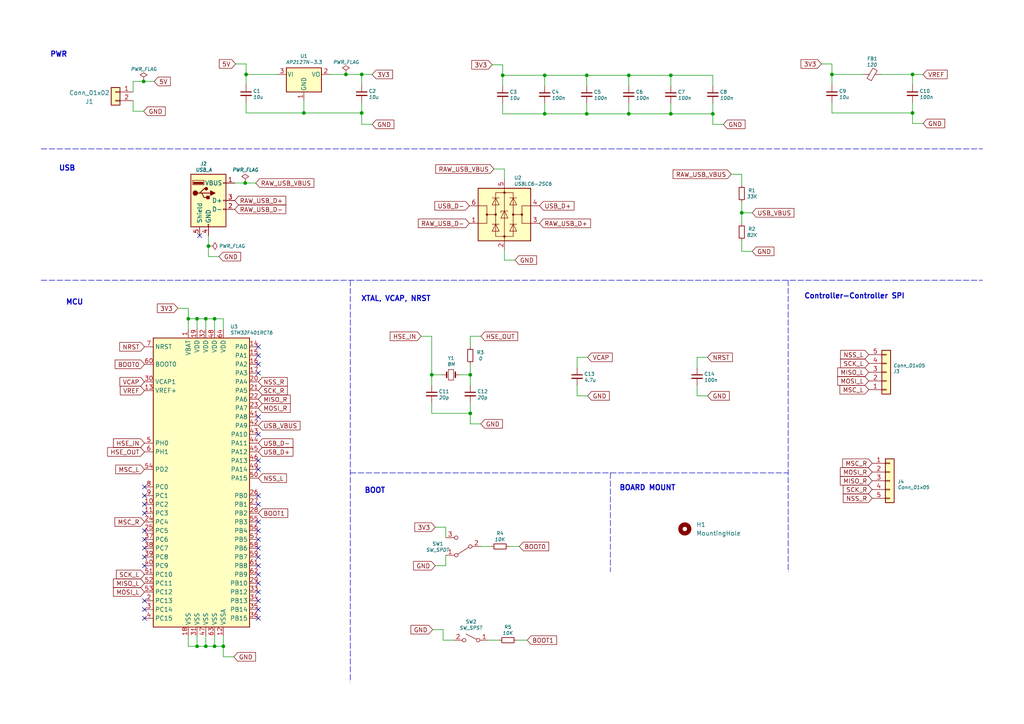
<source format=kicad_sch>
(kicad_sch (version 20211123) (generator eeschema)
  (paper "A4")
  (title_block (title "Keeb Host") (date "2022-11-23") (rev "1") (company "Diego Covarrubias"))
  (lib_symbols
    (symbol "Connector:USB_A" (pin_names (offset 1.016))
      (property "Reference" "J" (at -5.08 11.43 0))
      (property "Value" "USB_A" (at -5.08 8.89 0))
      (symbol "USB_A_0_1"
        (rectangle (start -5.08 -7.62) (end 5.08 7.62) (stroke (width 0.254)) (fill (type background)))
        (circle (center -3.81 2.159) (radius 0.635) (stroke (width 0.254)) (fill (type outline)))
        (rectangle (start -1.524 4.826) (end -4.318 5.334) (fill (type outline)))
        (rectangle (start -1.27 4.572) (end -4.572 5.842))
        (circle (center -0.635 3.429) (radius 0.381) (stroke (width 0.254)) (fill (type outline)))
        (rectangle (start -0.127 -7.62) (end 0.127 -6.858))
        (polyline (pts (xy -3.175 2.159) (xy -2.54 2.159) (xy -1.27 3.429) (xy -0.635 3.429)) (stroke (width 0.254)))
        (polyline (pts (xy -2.54 2.159) (xy -1.905 2.159) (xy -1.27 0.889) (xy 0 0.889)) (stroke (width 0.254)))
        (polyline (pts (xy 0.635 2.794) (xy 0.635 1.524) (xy 1.905 2.159) (xy 0.635 2.794)) (stroke (width 0.254)) (fill (type outline)))
        (rectangle (start 0.254 1.27) (end -0.508 0.508) (stroke (width 0.254)) (fill (type outline)))
        (rectangle (start 5.08 -2.667) (end 4.318 -2.413))
        (rectangle (start 5.08 -0.127) (end 4.318 0.127))
        (rectangle (start 5.08 4.953) (end 4.318 5.207))
      )
      (symbol "USB_A_1_1"
        (polyline (pts (xy -1.905 2.159) (xy 0.635 2.159)) (stroke (width 0.254)))
        (pin power_in line (at 7.62 5.08 180) (length 2.54) (name "VBUS") (number "1"))
        (pin bidirectional line (at 7.62 -2.54 180) (length 2.54) (name "D-") (number "2"))
        (pin bidirectional line (at 7.62 0 180) (length 2.54) (name "D+") (number "3"))
        (pin power_in line (at 0 -10.16 90) (length 2.54) (name "GND") (number "4"))
        (pin passive line (at -2.54 -10.16 90) (length 2.54) (name "Shield") (number "5"))
      )
    )
    (symbol "Connector_Generic:Conn_01x02" (pin_names (offset 1.016) hide)
      (property "Reference" "J" (at 0 2.54 0))
      (property "Value" "Conn_01x02" (at 0 -5.08 0))
      (symbol "Conn_01x02_1_1"
        (rectangle (start -1.27 -2.413) (end 0 -2.667) (stroke (width 0.1524)))
        (rectangle (start -1.27 0.127) (end 0 -0.127) (stroke (width 0.1524)))
        (rectangle (start -1.27 1.27) (end 1.27 -3.81) (stroke (width 0.254)) (fill (type background)))
        (pin passive line (at -5.08 0 0) (length 3.81) (name "Pin_1") (number "1"))
        (pin passive line (at -5.08 -2.54 0) (length 3.81) (name "Pin_2") (number "2"))
      )
    )
    (symbol "Connector_Generic:Conn_01x05" (pin_names (offset 1.016) hide)
      (property "Reference" "J" (at 0 7.62 0))
      (property "Value" "Conn_01x05" (at 0 -7.62 0))
      (symbol "Conn_01x05_1_1"
        (rectangle (start -1.27 -4.953) (end 0 -5.207) (stroke (width 0.1524)))
        (rectangle (start -1.27 -2.413) (end 0 -2.667) (stroke (width 0.1524)))
        (rectangle (start -1.27 0.127) (end 0 -0.127) (stroke (width 0.1524)))
        (rectangle (start -1.27 2.667) (end 0 2.413) (stroke (width 0.1524)))
        (rectangle (start -1.27 5.207) (end 0 4.953) (stroke (width 0.1524)))
        (rectangle (start -1.27 6.35) (end 1.27 -6.35) (stroke (width 0.254)) (fill (type background)))
        (pin passive line (at -5.08 5.08 0) (length 3.81) (name "Pin_1") (number "1"))
        (pin passive line (at -5.08 2.54 0) (length 3.81) (name "Pin_2") (number "2"))
        (pin passive line (at -5.08 0 0) (length 3.81) (name "Pin_3") (number "3"))
        (pin passive line (at -5.08 -2.54 0) (length 3.81) (name "Pin_4") (number "4"))
        (pin passive line (at -5.08 -5.08 0) (length 3.81) (name "Pin_5") (number "5"))
      )
    )
    (symbol "Device:C_Small" (pin_numbers hide) (pin_names (offset 0.254) hide)
      (property "Reference" "C" (at 0.254 1.778 0))
      (property "Value" "C_Small" (at 0.254 -2.032 0))
      (symbol "C_Small_0_1"
        (polyline (pts (xy -1.524 -0.508) (xy 1.524 -0.508)) (stroke (width 0.3302)))
        (polyline (pts (xy -1.524 0.508) (xy 1.524 0.508)) (stroke (width 0.3048)))
      )
      (symbol "C_Small_1_1"
        (pin passive line (at 0 2.54 270) (length 2.032) (name "~") (number "1"))
        (pin passive line (at 0 -2.54 90) (length 2.032) (name "~") (number "2"))
      )
    )
    (symbol "Device:Crystal_Small" (pin_numbers hide) (pin_names (offset 1.016) hide)
      (property "Reference" "Y" (at 0 2.54 0))
      (property "Value" "Crystal_Small" (at 0 -2.54 0))
      (symbol "Crystal_Small_0_1"
        (rectangle (start -0.762 -1.524) (end 0.762 1.524))
        (polyline (pts (xy -1.27 -0.762) (xy -1.27 0.762)) (stroke (width 0.381)))
        (polyline (pts (xy 1.27 -0.762) (xy 1.27 0.762)) (stroke (width 0.381)))
      )
      (symbol "Crystal_Small_1_1"
        (pin passive line (at -2.54 0 0) (length 1.27) (name "1") (number "1"))
        (pin passive line (at 2.54 0 180) (length 1.27) (name "2") (number "2"))
      )
    )
    (symbol "Device:FerriteBead_Small" (pin_numbers hide) (pin_names (offset 0))
      (property "Reference" "FB" (at 1.905 1.27 0))
      (property "Value" "FerriteBead_Small" (at 1.905 -1.27 0))
      (symbol "FerriteBead_Small_0_1"
        (polyline (pts (xy 0 -1.27) (xy 0 -0.7874)))
        (polyline (pts (xy 0 0.889) (xy 0 1.2954)))
        (polyline (pts (xy -1.8288 0.2794) (xy -1.1176 1.4986) (xy 1.8288 -0.2032) (xy 1.1176 -1.4224) (xy -1.8288 0.2794)))
      )
      (symbol "FerriteBead_Small_1_1"
        (pin passive line (at 0 2.54 270) (length 1.27) (name "~") (number "1"))
        (pin passive line (at 0 -2.54 90) (length 1.27) (name "~") (number "2"))
      )
    )
    (symbol "Device:R_Small" (pin_numbers hide) (pin_names (offset 0.254) hide)
      (property "Reference" "R" (at 0.762 0.508 0))
      (property "Value" "R_Small" (at 0.762 -1.016 0))
      (symbol "R_Small_0_1"
        (rectangle (start -0.762 1.778) (end 0.762 -1.778) (stroke (width 0.2032)))
      )
      (symbol "R_Small_1_1"
        (pin passive line (at 0 2.54 270) (length 0.762) (name "~") (number "1"))
        (pin passive line (at 0 -2.54 90) (length 0.762) (name "~") (number "2"))
      )
    )
    (symbol "MCU_ST_STM32F4:STM32F401RCTx"
      (property "Reference" "U" (at -15.24 41.91 0))
      (property "Value" "STM32F401RCTx" (at 7.62 41.91 0))
      (symbol "STM32F401RCTx_0_1"
        (rectangle (start -15.24 -43.18) (end 12.7 40.64) (stroke (width 0.254)) (fill (type background)))
      )
      (symbol "STM32F401RCTx_1_1"
        (pin power_in line (at -5.08 43.18 270) (length 2.54) (name "VBAT") (number "1"))
        (pin bidirectional line (at -17.78 -7.62 0) (length 2.54) (name "PC2") (number "10"))
        (pin bidirectional line (at -17.78 -10.16 0) (length 2.54) (name "PC3") (number "11"))
        (pin power_in line (at 5.08 -45.72 90) (length 2.54) (name "VSSA") (number "12"))
        (pin power_in line (at -17.78 25.4 0) (length 2.54) (name "VREF+") (number "13"))
        (pin bidirectional line (at 15.24 38.1 180) (length 2.54) (name "PA0") (number "14"))
        (pin bidirectional line (at 15.24 35.56 180) (length 2.54) (name "PA1") (number "15"))
        (pin bidirectional line (at 15.24 33.02 180) (length 2.54) (name "PA2") (number "16"))
        (pin bidirectional line (at 15.24 30.48 180) (length 2.54) (name "PA3") (number "17"))
        (pin power_in line (at -5.08 -45.72 90) (length 2.54) (name "VSS") (number "18"))
        (pin power_in line (at -2.54 43.18 270) (length 2.54) (name "VDD") (number "19"))
        (pin bidirectional line (at -17.78 -35.56 0) (length 2.54) (name "PC13") (number "2"))
        (pin bidirectional line (at 15.24 27.94 180) (length 2.54) (name "PA4") (number "20"))
        (pin bidirectional line (at 15.24 25.4 180) (length 2.54) (name "PA5") (number "21"))
        (pin bidirectional line (at 15.24 22.86 180) (length 2.54) (name "PA6") (number "22"))
        (pin bidirectional line (at 15.24 20.32 180) (length 2.54) (name "PA7") (number "23"))
        (pin bidirectional line (at -17.78 -12.7 0) (length 2.54) (name "PC4") (number "24"))
        (pin bidirectional line (at -17.78 -15.24 0) (length 2.54) (name "PC5") (number "25"))
        (pin bidirectional line (at 15.24 -5.08 180) (length 2.54) (name "PB0") (number "26"))
        (pin bidirectional line (at 15.24 -7.62 180) (length 2.54) (name "PB1") (number "27"))
        (pin bidirectional line (at 15.24 -10.16 180) (length 2.54) (name "PB2") (number "28"))
        (pin bidirectional line (at 15.24 -30.48 180) (length 2.54) (name "PB10") (number "29"))
        (pin bidirectional line (at -17.78 -38.1 0) (length 2.54) (name "PC14") (number "3"))
        (pin power_in line (at -17.78 27.94 0) (length 2.54) (name "VCAP1") (number "30"))
        (pin power_in line (at -2.54 -45.72 90) (length 2.54) (name "VSS") (number "31"))
        (pin power_in line (at 0 43.18 270) (length 2.54) (name "VDD") (number "32"))
        (pin bidirectional line (at 15.24 -33.02 180) (length 2.54) (name "PB12") (number "33"))
        (pin bidirectional line (at 15.24 -35.56 180) (length 2.54) (name "PB13") (number "34"))
        (pin bidirectional line (at 15.24 -38.1 180) (length 2.54) (name "PB14") (number "35"))
        (pin bidirectional line (at 15.24 -40.64 180) (length 2.54) (name "PB15") (number "36"))
        (pin bidirectional line (at -17.78 -17.78 0) (length 2.54) (name "PC6") (number "37"))
        (pin bidirectional line (at -17.78 -20.32 0) (length 2.54) (name "PC7") (number "38"))
        (pin bidirectional line (at -17.78 -22.86 0) (length 2.54) (name "PC8") (number "39"))
        (pin bidirectional line (at -17.78 -40.64 0) (length 2.54) (name "PC15") (number "4"))
        (pin bidirectional line (at -17.78 -25.4 0) (length 2.54) (name "PC9") (number "40"))
        (pin bidirectional line (at 15.24 17.78 180) (length 2.54) (name "PA8") (number "41"))
        (pin bidirectional line (at 15.24 15.24 180) (length 2.54) (name "PA9") (number "42"))
        (pin bidirectional line (at 15.24 12.7 180) (length 2.54) (name "PA10") (number "43"))
        (pin bidirectional line (at 15.24 10.16 180) (length 2.54) (name "PA11") (number "44"))
        (pin bidirectional line (at 15.24 7.62 180) (length 2.54) (name "PA12") (number "45"))
        (pin bidirectional line (at 15.24 5.08 180) (length 2.54) (name "PA13") (number "46"))
        (pin power_in line (at 0 -45.72 90) (length 2.54) (name "VSS") (number "47"))
        (pin power_in line (at 2.54 43.18 270) (length 2.54) (name "VDD") (number "48"))
        (pin bidirectional line (at 15.24 2.54 180) (length 2.54) (name "PA14") (number "49"))
        (pin input line (at -17.78 10.16 0) (length 2.54) (name "PH0") (number "5"))
        (pin bidirectional line (at 15.24 0 180) (length 2.54) (name "PA15") (number "50"))
        (pin bidirectional line (at -17.78 -27.94 0) (length 2.54) (name "PC10") (number "51"))
        (pin bidirectional line (at -17.78 -30.48 0) (length 2.54) (name "PC11") (number "52"))
        (pin bidirectional line (at -17.78 -33.02 0) (length 2.54) (name "PC12") (number "53"))
        (pin bidirectional line (at -17.78 2.54 0) (length 2.54) (name "PD2") (number "54"))
        (pin bidirectional line (at 15.24 -12.7 180) (length 2.54) (name "PB3") (number "55"))
        (pin bidirectional line (at 15.24 -15.24 180) (length 2.54) (name "PB4") (number "56"))
        (pin bidirectional line (at 15.24 -17.78 180) (length 2.54) (name "PB5") (number "57"))
        (pin bidirectional line (at 15.24 -20.32 180) (length 2.54) (name "PB6") (number "58"))
        (pin bidirectional line (at 15.24 -22.86 180) (length 2.54) (name "PB7") (number "59"))
        (pin input line (at -17.78 7.62 0) (length 2.54) (name "PH1") (number "6"))
        (pin input line (at -17.78 33.02 0) (length 2.54) (name "BOOT0") (number "60"))
        (pin bidirectional line (at 15.24 -25.4 180) (length 2.54) (name "PB8") (number "61"))
        (pin bidirectional line (at 15.24 -27.94 180) (length 2.54) (name "PB9") (number "62"))
        (pin power_in line (at 2.54 -45.72 90) (length 2.54) (name "VSS") (number "63"))
        (pin power_in line (at 5.08 43.18 270) (length 2.54) (name "VDD") (number "64"))
        (pin input line (at -17.78 38.1 0) (length 2.54) (name "NRST") (number "7"))
        (pin bidirectional line (at -17.78 -2.54 0) (length 2.54) (name "PC0") (number "8"))
        (pin bidirectional line (at -17.78 -5.08 0) (length 2.54) (name "PC1") (number "9"))
      )
    )
    (symbol "Mechanical:MountingHole" (pin_names (offset 1.016))
      (property "Reference" "H" (at 0 5.08 0))
      (property "Value" "MountingHole" (at 0 3.175 0))
      (symbol "MountingHole_0_1"
        (circle (center 0 0) (radius 1.27) (stroke (width 1.27)))
      )
    )
    (symbol "Power_Protection:USBLC6-2SC6" (pin_names hide)
      (property "Reference" "U" (at 2.54 8.89 0))
      (property "Value" "USBLC6-2SC6" (at 2.54 -8.89 0))
      (symbol "USBLC6-2SC6_0_1"
        (rectangle (start -7.62 -7.62) (end 7.62 7.62) (stroke (width 0.254)) (fill (type background)))
        (circle (center -5.08 0) (radius 0.254) (fill (type outline)))
        (circle (center -2.54 0) (radius 0.254) (fill (type outline)))
        (rectangle (start -2.54 6.35) (end 2.54 -6.35))
        (circle (center 0 -6.35) (radius 0.254) (fill (type outline)))
        (polyline (pts (xy -5.08 -2.54) (xy -7.62 -2.54)))
        (polyline (pts (xy -5.08 0) (xy -5.08 -2.54)))
        (polyline (pts (xy -5.08 2.54) (xy -7.62 2.54)))
        (polyline (pts (xy -1.524 -2.794) (xy -3.556 -2.794)))
        (polyline (pts (xy -1.524 4.826) (xy -3.556 4.826)))
        (polyline (pts (xy 0 -7.62) (xy 0 -6.35)))
        (polyline (pts (xy 0 -6.35) (xy 0 1.27)))
        (polyline (pts (xy 0 1.27) (xy 0 6.35)))
        (polyline (pts (xy 0 6.35) (xy 0 7.62)))
        (polyline (pts (xy 1.524 -2.794) (xy 3.556 -2.794)))
        (polyline (pts (xy 1.524 4.826) (xy 3.556 4.826)))
        (polyline (pts (xy 5.08 -2.54) (xy 7.62 -2.54)))
        (polyline (pts (xy 5.08 0) (xy 5.08 -2.54)))
        (polyline (pts (xy 5.08 2.54) (xy 7.62 2.54)))
        (polyline (pts (xy -2.54 0) (xy -5.08 0) (xy -5.08 2.54)))
        (polyline (pts (xy 2.54 0) (xy 5.08 0) (xy 5.08 2.54)))
        (polyline (pts (xy -3.556 -4.826) (xy -1.524 -4.826) (xy -2.54 -2.794) (xy -3.556 -4.826)))
        (polyline (pts (xy -3.556 2.794) (xy -1.524 2.794) (xy -2.54 4.826) (xy -3.556 2.794)))
        (polyline (pts (xy -1.016 -1.016) (xy 1.016 -1.016) (xy 0 1.016) (xy -1.016 -1.016)))
        (polyline (pts (xy 1.016 1.016) (xy 0.762 1.016) (xy -1.016 1.016) (xy -1.016 0.508)))
        (polyline (pts (xy 3.556 -4.826) (xy 1.524 -4.826) (xy 2.54 -2.794) (xy 3.556 -4.826)))
        (polyline (pts (xy 3.556 2.794) (xy 1.524 2.794) (xy 2.54 4.826) (xy 3.556 2.794)))
        (circle (center 0 6.35) (radius 0.254) (fill (type outline)))
        (circle (center 2.54 0) (radius 0.254) (fill (type outline)))
        (circle (center 5.08 0) (radius 0.254) (fill (type outline)))
      )
      (symbol "USBLC6-2SC6_1_1"
        (pin passive line (at -10.16 -2.54 0) (length 2.54) (name "I/O1") (number "1"))
        (pin passive line (at 0 -10.16 90) (length 2.54) (name "GND") (number "2"))
        (pin passive line (at 10.16 -2.54 180) (length 2.54) (name "I/O2") (number "3"))
        (pin passive line (at 10.16 2.54 180) (length 2.54) (name "I/O2") (number "4"))
        (pin passive line (at 0 10.16 270) (length 2.54) (name "VBUS") (number "5"))
        (pin passive line (at -10.16 2.54 0) (length 2.54) (name "I/O1") (number "6"))
      )
    )
    (symbol "Regulator_Linear:AP2127N-3.3" (pin_names (offset 0.254))
      (property "Reference" "U" (at -3.81 3.175 0))
      (property "Value" "AP2127N-3.3" (at 0 3.175 0))
      (symbol "AP2127N-3.3_0_1"
        (rectangle (start -5.08 1.905) (end 5.08 -5.08) (stroke (width 0.254)) (fill (type background)))
      )
      (symbol "AP2127N-3.3_1_1"
        (pin power_in line (at 0 -7.62 90) (length 2.54) (name "GND") (number "1"))
        (pin power_out line (at 7.62 0 180) (length 2.54) (name "VO") (number "2"))
        (pin power_in line (at -7.62 0 0) (length 2.54) (name "VI") (number "3"))
      )
    )
    (symbol "Switch:SW_SPDT" (pin_names (offset 0) hide)
      (property "Reference" "SW" (at 0 4.318 0))
      (property "Value" "SW_SPDT" (at 0 -5.08 0))
      (symbol "SW_SPDT_0_0"
        (circle (center -2.032 0) (radius 0.508))
        (circle (center 2.032 -2.54) (radius 0.508))
      )
      (symbol "SW_SPDT_0_1"
        (polyline (pts (xy -1.524 0.254) (xy 1.651 2.286)))
        (circle (center 2.032 2.54) (radius 0.508))
      )
      (symbol "SW_SPDT_1_1"
        (pin passive line (at 5.08 2.54 180) (length 2.54) (name "A") (number "1"))
        (pin passive line (at -5.08 0 0) (length 2.54) (name "B") (number "2"))
        (pin passive line (at 5.08 -2.54 180) (length 2.54) (name "C") (number "3"))
      )
    )
    (symbol "Switch:SW_SPST" (pin_names (offset 0) hide)
      (property "Reference" "SW" (at 0 3.175 0))
      (property "Value" "SW_SPST" (at 0 -2.54 0))
      (symbol "SW_SPST_0_0"
        (circle (center -2.032 0) (radius 0.508))
        (polyline (pts (xy -1.524 0.254) (xy 1.524 1.778)))
        (circle (center 2.032 0) (radius 0.508))
      )
      (symbol "SW_SPST_1_1"
        (pin passive line (at -5.08 0 0) (length 2.54) (name "A") (number "1"))
        (pin passive line (at 5.08 0 180) (length 2.54) (name "B") (number "2"))
      )
    )
    (symbol "power:PWR_FLAG" (power) (pin_numbers hide) (pin_names (offset 0) hide)
      (property "Value" "PWR_FLAG" (at 0 3.81 0))
      (symbol "PWR_FLAG_0_0"
        (pin power_out line (at 0 0 90) (length 0) (name "pwr") (number "1"))
      )
      (symbol "PWR_FLAG_0_1"
        (polyline (pts (xy 0 0) (xy 0 1.27) (xy -1.016 1.905) (xy 0 2.54) (xy 1.016 1.905) (xy 0 1.27)))
      )
    )
  )
  (junction (at 59.69 92.456))
  (junction (at 59.69 187.452))
  (junction (at 57.15 187.452))
  (junction (at 170.18 33.02))
  (junction (at 57.15 92.456))
  (junction (at 60.452 71.374))
  (junction (at 62.23 92.456))
  (junction (at 136.398 108.712))
  (junction (at 136.398 119.888))
  (junction (at 100.33 21.59))
  (junction (at 62.23 187.452))
  (junction (at 41.656 23.622))
  (junction (at 157.988 21.844))
  (junction (at 206.756 33.02))
  (junction (at 241.3 21.59))
  (junction (at 54.61 92.456))
  (junction (at 264.668 32.766))
  (junction (at 157.988 33.02))
  (junction (at 71.374 21.59))
  (junction (at 264.668 21.59))
  (junction (at 71.12 53.086))
  (junction (at 170.18 21.844))
  (junction (at 125.222 108.712))
  (junction (at 182.372 21.844))
  (junction (at 64.77 187.452))
  (junction (at 215.138 61.722))
  (junction (at 88.138 32.766))
  (junction (at 145.796 21.844))
  (junction (at 104.902 21.59))
  (junction (at 182.372 33.02))
  (junction (at 104.902 32.766))
  (junction (at 194.564 21.844))
  (junction (at 194.564 33.02))
  (no_connect (at 74.93 159.004))
  (no_connect (at 74.93 161.544))
  (no_connect (at 74.93 171.704))
  (no_connect (at 74.93 151.384))
  (no_connect (at 41.91 161.544))
  (no_connect (at 74.93 169.164))
  (no_connect (at 74.93 179.324))
  (no_connect (at 41.91 174.244))
  (no_connect (at 41.91 179.324))
  (no_connect (at 41.91 156.464))
  (no_connect (at 41.91 159.004))
  (no_connect (at 74.93 100.584))
  (no_connect (at 74.93 153.924))
  (no_connect (at 41.91 176.784))
  (no_connect (at 74.93 120.904))
  (no_connect (at 74.93 156.464))
  (no_connect (at 74.93 164.084))
  (no_connect (at 57.912 68.326))
  (no_connect (at 41.91 146.304))
  (no_connect (at 74.93 125.984))
  (no_connect (at 41.91 148.844))
  (no_connect (at 74.93 133.604))
  (no_connect (at 41.91 164.084))
  (no_connect (at 74.93 166.624))
  (no_connect (at 74.93 143.764))
  (no_connect (at 41.91 141.224))
  (no_connect (at 74.93 146.304))
  (no_connect (at 74.93 174.244))
  (no_connect (at 74.93 108.204))
  (no_connect (at 41.91 143.764))
  (no_connect (at 74.93 136.144))
  (no_connect (at 41.91 153.924))
  (no_connect (at 74.93 103.124))
  (no_connect (at 74.93 105.664))
  (no_connect (at 74.93 176.784))
  (wire (pts (xy 194.564 29.972) (xy 194.564 33.02)))
  (polyline (pts (xy 11.938 81.28) (xy 284.988 81.28)))
  (wire (pts (xy 212.09 50.546) (xy 215.138 50.546)))
  (wire (pts (xy 60.452 71.374) (xy 60.452 74.422)))
  (wire (pts (xy 146.304 49.022) (xy 146.304 52.07)))
  (wire (pts (xy 241.3 18.542) (xy 241.3 21.59)))
  (wire (pts (xy 136.398 122.936) (xy 139.446 122.936)))
  (wire (pts (xy 149.352 75.438) (xy 146.304 75.438)))
  (wire (pts (xy 170.18 33.02) (xy 157.988 33.02)))
  (wire (pts (xy 170.18 29.972) (xy 170.18 33.02)))
  (wire (pts (xy 38.608 32.258) (xy 41.656 32.258)))
  (wire (pts (xy 104.902 21.59) (xy 104.902 24.638)))
  (wire (pts (xy 64.77 190.5) (xy 67.818 190.5)))
  (wire (pts (xy 157.988 21.844) (xy 170.18 21.844)))
  (wire (pts (xy 264.668 24.638) (xy 264.668 21.59)))
  (wire (pts (xy 64.77 187.452) (xy 64.77 190.5)))
  (wire (pts (xy 62.23 92.456) (xy 62.23 95.504)))
  (wire (pts (xy 60.452 74.422) (xy 63.5 74.422)))
  (wire (pts (xy 100.33 21.59) (xy 104.902 21.59)))
  (wire (pts (xy 128.524 185.674) (xy 128.524 182.626)))
  (wire (pts (xy 54.61 187.452) (xy 54.61 184.404)))
  (wire (pts (xy 145.796 33.02) (xy 157.988 33.02)))
  (wire (pts (xy 150.622 158.496) (xy 147.574 158.496)))
  (wire (pts (xy 131.572 185.674) (xy 128.524 185.674)))
  (wire (pts (xy 57.15 184.404) (xy 57.15 187.452)))
  (wire (pts (xy 104.902 21.59) (xy 107.95 21.59)))
  (wire (pts (xy 264.668 21.59) (xy 255.524 21.59)))
  (wire (pts (xy 88.138 29.21) (xy 88.138 32.766)))
  (wire (pts (xy 104.902 32.766) (xy 104.902 36.068)))
  (wire (pts (xy 125.222 97.536) (xy 125.222 108.712)))
  (wire (pts (xy 71.374 32.766) (xy 88.138 32.766)))
  (wire (pts (xy 59.69 92.456) (xy 59.69 95.504)))
  (wire (pts (xy 136.398 108.712) (xy 133.35 108.712)))
  (wire (pts (xy 129.286 152.908) (xy 129.286 155.956)))
  (wire (pts (xy 126.238 152.908) (xy 129.286 152.908)))
  (wire (pts (xy 126.238 164.084) (xy 129.286 164.084)))
  (wire (pts (xy 145.796 21.844) (xy 157.988 21.844)))
  (wire (pts (xy 157.988 29.972) (xy 157.988 33.02)))
  (wire (pts (xy 104.902 36.068) (xy 107.95 36.068)))
  (wire (pts (xy 136.398 111.76) (xy 136.398 108.712)))
  (wire (pts (xy 125.222 111.76) (xy 125.222 108.712)))
  (wire (pts (xy 202.184 106.68) (xy 202.184 103.632)))
  (wire (pts (xy 139.446 97.536) (xy 136.398 97.536)))
  (wire (pts (xy 241.3 32.766) (xy 264.668 32.766)))
  (wire (pts (xy 142.494 158.496) (xy 139.446 158.496)))
  (wire (pts (xy 125.222 119.888) (xy 136.398 119.888)))
  (wire (pts (xy 104.902 32.766) (xy 104.902 29.718)))
  (wire (pts (xy 57.15 92.456) (xy 59.69 92.456)))
  (wire (pts (xy 215.138 61.722) (xy 218.186 61.722)))
  (wire (pts (xy 238.252 18.542) (xy 241.3 18.542)))
  (wire (pts (xy 62.23 187.452) (xy 59.69 187.452)))
  (wire (pts (xy 264.668 32.766) (xy 264.668 35.814)))
  (wire (pts (xy 145.796 21.844) (xy 145.796 24.892)))
  (wire (pts (xy 167.386 103.632) (xy 170.434 103.632)))
  (wire (pts (xy 88.138 32.766) (xy 104.902 32.766)))
  (wire (pts (xy 136.398 97.536) (xy 136.398 100.584)))
  (wire (pts (xy 146.304 75.438) (xy 146.304 72.39)))
  (wire (pts (xy 206.756 33.02) (xy 194.564 33.02)))
  (wire (pts (xy 64.77 184.404) (xy 64.77 187.452)))
  (wire (pts (xy 60.452 68.326) (xy 60.452 71.374)))
  (polyline (pts (xy 177.038 137.16) (xy 177.038 165.862)))
  (wire (pts (xy 136.398 116.84) (xy 136.398 119.888)))
  (wire (pts (xy 202.184 103.632) (xy 205.232 103.632)))
  (wire (pts (xy 145.796 18.796) (xy 145.796 21.844)))
  (wire (pts (xy 51.562 89.408) (xy 54.61 89.408)))
  (wire (pts (xy 71.374 32.766) (xy 71.374 29.718)))
  (wire (pts (xy 59.69 187.452) (xy 57.15 187.452)))
  (polyline (pts (xy 228.6 81.28) (xy 228.6 165.862)))
  (wire (pts (xy 144.78 185.674) (xy 141.732 185.674)))
  (wire (pts (xy 206.756 29.972) (xy 206.756 33.02)))
  (wire (pts (xy 143.256 49.022) (xy 146.304 49.022)))
  (wire (pts (xy 54.61 92.456) (xy 54.61 95.504)))
  (polyline (pts (xy 11.938 43.18) (xy 284.988 43.18)))
  (wire (pts (xy 241.3 21.59) (xy 250.444 21.59)))
  (wire (pts (xy 62.23 92.456) (xy 64.77 92.456)))
  (wire (pts (xy 202.184 111.76) (xy 202.184 114.808)))
  (wire (pts (xy 206.756 21.844) (xy 206.756 24.892)))
  (wire (pts (xy 194.564 33.02) (xy 182.372 33.02)))
  (wire (pts (xy 194.564 21.844) (xy 206.756 21.844)))
  (wire (pts (xy 59.69 184.404) (xy 59.69 187.452)))
  (wire (pts (xy 157.988 24.892) (xy 157.988 21.844)))
  (wire (pts (xy 241.3 21.59) (xy 241.3 24.638)))
  (wire (pts (xy 215.138 69.85) (xy 215.138 72.898)))
  (wire (pts (xy 206.756 36.068) (xy 209.804 36.068)))
  (wire (pts (xy 57.15 187.452) (xy 54.61 187.452)))
  (wire (pts (xy 170.18 21.844) (xy 182.372 21.844)))
  (wire (pts (xy 215.138 58.674) (xy 215.138 61.722)))
  (wire (pts (xy 95.758 21.59) (xy 100.33 21.59)))
  (wire (pts (xy 71.374 21.59) (xy 71.374 24.638)))
  (wire (pts (xy 167.386 114.808) (xy 170.434 114.808)))
  (wire (pts (xy 57.15 92.456) (xy 57.15 95.504)))
  (wire (pts (xy 145.796 29.972) (xy 145.796 33.02)))
  (wire (pts (xy 125.222 116.84) (xy 125.222 119.888)))
  (wire (pts (xy 206.756 33.02) (xy 206.756 36.068)))
  (wire (pts (xy 64.77 92.456) (xy 64.77 95.504)))
  (wire (pts (xy 194.564 21.844) (xy 194.564 24.892)))
  (wire (pts (xy 182.372 21.844) (xy 194.564 21.844)))
  (wire (pts (xy 128.524 182.626) (xy 125.476 182.626)))
  (wire (pts (xy 264.668 32.766) (xy 264.668 29.718)))
  (wire (pts (xy 125.222 108.712) (xy 128.27 108.712)))
  (wire (pts (xy 68.326 18.542) (xy 71.374 18.542)))
  (wire (pts (xy 170.18 21.844) (xy 170.18 24.892)))
  (wire (pts (xy 152.908 185.674) (xy 149.86 185.674)))
  (wire (pts (xy 59.69 92.456) (xy 62.23 92.456)))
  (wire (pts (xy 136.398 119.888) (xy 136.398 122.936)))
  (wire (pts (xy 54.61 89.408) (xy 54.61 92.456)))
  (wire (pts (xy 122.174 97.536) (xy 125.222 97.536)))
  (wire (pts (xy 41.656 23.622) (xy 44.704 23.622)))
  (wire (pts (xy 62.23 184.404) (xy 62.23 187.452)))
  (wire (pts (xy 38.608 29.21) (xy 38.608 32.258)))
  (wire (pts (xy 167.386 111.76) (xy 167.386 114.808)))
  (wire (pts (xy 71.374 18.542) (xy 71.374 21.59)))
  (wire (pts (xy 264.668 35.814) (xy 267.716 35.814)))
  (wire (pts (xy 54.61 92.456) (xy 57.15 92.456)))
  (wire (pts (xy 142.748 18.796) (xy 145.796 18.796)))
  (wire (pts (xy 136.398 105.664) (xy 136.398 108.712)))
  (wire (pts (xy 215.138 72.898) (xy 218.186 72.898)))
  (wire (pts (xy 264.668 21.59) (xy 267.716 21.59)))
  (wire (pts (xy 41.656 23.622) (xy 38.608 23.622)))
  (wire (pts (xy 215.138 61.722) (xy 215.138 64.77)))
  (polyline (pts (xy 101.6 81.28) (xy 101.6 197.866)))
  (wire (pts (xy 68.072 53.086) (xy 71.12 53.086)))
  (polyline (pts (xy 101.6 137.16) (xy 228.6 137.16)))
  (wire (pts (xy 38.608 23.622) (xy 38.608 26.67)))
  (wire (pts (xy 129.286 164.084) (xy 129.286 161.036)))
  (wire (pts (xy 215.138 50.546) (xy 215.138 53.594)))
  (wire (pts (xy 182.372 21.844) (xy 182.372 24.892)))
  (wire (pts (xy 167.386 106.68) (xy 167.386 103.632)))
  (wire (pts (xy 64.77 187.452) (xy 62.23 187.452)))
  (wire (pts (xy 182.372 33.02) (xy 170.18 33.02)))
  (wire (pts (xy 71.374 21.59) (xy 80.518 21.59)))
  (wire (pts (xy 71.12 53.086) (xy 74.168 53.086)))
  (wire (pts (xy 241.3 29.718) (xy 241.3 32.766)))
  (wire (pts (xy 182.372 29.972) (xy 182.372 33.02)))
  (wire (pts (xy 202.184 114.808) (xy 205.232 114.808)))
  (text "XTAL, VCAP, NRST" (at 104.648 87.63 0) (effects (font (size 1.5 1.5) bold) (justify left bottom)))
  (text "USB" (at 17.018 49.784 0) (effects (font (size 1.5 1.5) bold) (justify left bottom)))
  (text "MCU" (at 19.05 88.646 0) (effects (font (size 1.5 1.5) bold) (justify left bottom)))
  (text "PWR" (at 14.478 16.764 0) (effects (font (size 1.5 1.5) (thickness 0.3) bold) (justify left bottom)))
  (text "BOOT" (at 105.664 143.256 0) (effects (font (size 1.5 1.5) bold) (justify left bottom)))
  (text "BOARD MOUNT" (at 179.578 142.494 0) (effects (font (size 1.5 1.5) (thickness 0.3) bold) (justify left bottom)))
  (text "Controller-Controller SPI" (at 233.172 86.868 0) (effects (font (size 1.5 1.5) bold) (justify left bottom)))
  (global_label "RAW_USB_D+" (shape input) (at 156.464 64.77 0) (property "Intersheet References" "${INTERSHEET_REFS}" (effects hide)))
  (global_label "GND" (shape input) (at 209.804 36.068 0) (property "Intersheet References" "${INTERSHEET_REFS}" (effects hide)))
  (global_label "MSC_L" (shape input) (at 41.91 136.144 180) (property "Intersheet References" "${INTERSHEET_REFS}" (effects hide)))
  (global_label "MISO_L" (shape input) (at 41.91 169.164 180) (property "Intersheet References" "${INTERSHEET_REFS}" (effects hide)))
  (global_label "RAW_USB_D+" (shape input) (at 68.072 58.166 0) (property "Intersheet References" "${INTERSHEET_REFS}" (effects hide)))
  (global_label "NRST" (shape input) (at 205.232 103.632 0) (property "Intersheet References" "${INTERSHEET_REFS}" (effects hide)))
  (global_label "NRST" (shape input) (at 41.91 100.584 180) (property "Intersheet References" "${INTERSHEET_REFS}" (effects hide)))
  (global_label "MSC_R" (shape input) (at 41.91 151.384 180) (property "Intersheet References" "${INTERSHEET_REFS}" (effects hide)))
  (global_label "USB_D-" (shape input) (at 74.93 128.524 0) (property "Intersheet References" "${INTERSHEET_REFS}" (effects hide)))
  (global_label "SCK_L" (shape input) (at 251.968 105.41 180) (property "Intersheet References" "${INTERSHEET_REFS}" (effects hide)))
  (global_label "GND" (shape input) (at 126.238 164.084 180) (property "Intersheet References" "${INTERSHEET_REFS}" (effects hide)))
  (global_label "MSC_L" (shape input) (at 251.968 113.03 180) (property "Intersheet References" "${INTERSHEET_REFS}" (effects hide)))
  (global_label "RAW_USB_D-" (shape input) (at 68.072 60.706 0) (property "Intersheet References" "${INTERSHEET_REFS}" (effects hide)))
  (global_label "SCK_R" (shape input) (at 252.984 141.986 180) (property "Intersheet References" "${INTERSHEET_REFS}" (effects hide)))
  (global_label "HSE_OUT" (shape input) (at 139.446 97.536 0) (property "Intersheet References" "${INTERSHEET_REFS}" (effects hide)))
  (global_label "GND" (shape input) (at 67.818 190.5 0) (property "Intersheet References" "${INTERSHEET_REFS}" (effects hide)))
  (global_label "NSS_L" (shape input) (at 251.968 102.87 180) (property "Intersheet References" "${INTERSHEET_REFS}" (effects hide)))
  (global_label "GND" (shape input) (at 139.446 122.936 0) (property "Intersheet References" "${INTERSHEET_REFS}" (effects hide)))
  (global_label "MOSI_R" (shape input) (at 252.984 136.906 180) (property "Intersheet References" "${INTERSHEET_REFS}" (effects hide)))
  (global_label "SCK_R" (shape input) (at 74.93 113.284 0) (property "Intersheet References" "${INTERSHEET_REFS}" (effects hide)))
  (global_label "USB_VBUS" (shape input) (at 218.186 61.722 0) (property "Intersheet References" "${INTERSHEET_REFS}" (effects hide)))
  (global_label "RAW_USB_VBUS" (shape input) (at 212.09 50.546 180) (property "Intersheet References" "${INTERSHEET_REFS}" (effects hide)))
  (global_label "VREF" (shape input) (at 267.716 21.59 0) (property "Intersheet References" "${INTERSHEET_REFS}" (effects hide)))
  (global_label "VCAP" (shape input) (at 41.91 110.744 180) (property "Intersheet References" "${INTERSHEET_REFS}" (effects hide)))
  (global_label "GND" (shape input) (at 205.232 114.808 0) (property "Intersheet References" "${INTERSHEET_REFS}" (effects hide)))
  (global_label "USB_D+" (shape input) (at 156.464 59.69 0) (property "Intersheet References" "${INTERSHEET_REFS}" (effects hide)))
  (global_label "5V" (shape input) (at 44.704 23.622 0) (property "Intersheet References" "${INTERSHEET_REFS}" (effects hide)))
  (global_label "USB_D+" (shape input) (at 74.93 131.064 0) (property "Intersheet References" "${INTERSHEET_REFS}" (effects hide)))
  (global_label "HSE_IN" (shape input) (at 41.91 128.524 180) (property "Intersheet References" "${INTERSHEET_REFS}" (effects hide)))
  (global_label "MOSI_R" (shape input) (at 74.93 118.364 0) (property "Intersheet References" "${INTERSHEET_REFS}" (effects hide)))
  (global_label "SCK_L" (shape input) (at 41.91 166.624 180) (property "Intersheet References" "${INTERSHEET_REFS}" (effects hide)))
  (global_label "GND" (shape input) (at 218.186 72.898 0) (property "Intersheet References" "${INTERSHEET_REFS}" (effects hide)))
  (global_label "HSE_IN" (shape input) (at 122.174 97.536 180) (property "Intersheet References" "${INTERSHEET_REFS}" (effects hide)))
  (global_label "MOSI_L" (shape input) (at 41.91 171.704 180) (property "Intersheet References" "${INTERSHEET_REFS}" (effects hide)))
  (global_label "BOOT1" (shape input) (at 152.908 185.674 0) (property "Intersheet References" "${INTERSHEET_REFS}" (effects hide)))
  (global_label "GND" (shape input) (at 267.716 35.814 0) (property "Intersheet References" "${INTERSHEET_REFS}" (effects hide)))
  (global_label "5V" (shape input) (at 68.326 18.542 180) (property "Intersheet References" "${INTERSHEET_REFS}" (effects hide)))
  (global_label "MISO_L" (shape input) (at 251.968 107.95 180) (property "Intersheet References" "${INTERSHEET_REFS}" (effects hide)))
  (global_label "NSS_R" (shape input) (at 74.93 110.744 0) (property "Intersheet References" "${INTERSHEET_REFS}" (effects hide)))
  (global_label "3V3" (shape input) (at 238.252 18.542 180) (property "Intersheet References" "${INTERSHEET_REFS}" (effects hide)))
  (global_label "3V3" (shape input) (at 51.562 89.408 180) (property "Intersheet References" "${INTERSHEET_REFS}" (effects hide)))
  (global_label "BOOT1" (shape input) (at 74.93 148.844 0) (property "Intersheet References" "${INTERSHEET_REFS}" (effects hide)))
  (global_label "NSS_L" (shape input) (at 74.93 138.684 0) (property "Intersheet References" "${INTERSHEET_REFS}" (effects hide)))
  (global_label "USB_D-" (shape input) (at 136.144 59.69 180) (property "Intersheet References" "${INTERSHEET_REFS}" (effects hide)))
  (global_label "BOOT0" (shape input) (at 150.622 158.496 0) (property "Intersheet References" "${INTERSHEET_REFS}" (effects hide)))
  (global_label "RAW_USB_VBUS" (shape input) (at 143.256 49.022 180) (property "Intersheet References" "${INTERSHEET_REFS}" (effects hide)))
  (global_label "3V3" (shape input) (at 126.238 152.908 180) (property "Intersheet References" "${INTERSHEET_REFS}" (effects hide)))
  (global_label "3V3" (shape input) (at 142.748 18.796 180) (property "Intersheet References" "${INTERSHEET_REFS}" (effects hide)))
  (global_label "GND" (shape input) (at 107.95 36.068 0) (property "Intersheet References" "${INTERSHEET_REFS}" (effects hide)))
  (global_label "GND" (shape input) (at 170.434 114.808 0) (property "Intersheet References" "${INTERSHEET_REFS}" (effects hide)))
  (global_label "GND" (shape input) (at 125.476 182.626 180) (property "Intersheet References" "${INTERSHEET_REFS}" (effects hide)))
  (global_label "RAW_USB_D-" (shape input) (at 136.144 64.77 180) (property "Intersheet References" "${INTERSHEET_REFS}" (effects hide)))
  (global_label "GND" (shape input) (at 63.5 74.422 0) (property "Intersheet References" "${INTERSHEET_REFS}" (effects hide)))
  (global_label "VREF" (shape input) (at 41.91 113.284 180) (property "Intersheet References" "${INTERSHEET_REFS}" (effects hide)))
  (global_label "MISO_R" (shape input) (at 74.93 115.824 0) (property "Intersheet References" "${INTERSHEET_REFS}" (effects hide)))
  (global_label "NSS_R" (shape input) (at 252.984 144.526 180) (property "Intersheet References" "${INTERSHEET_REFS}" (effects hide)))
  (global_label "VCAP" (shape input) (at 170.434 103.632 0) (property "Intersheet References" "${INTERSHEET_REFS}" (effects hide)))
  (global_label "USB_VBUS" (shape input) (at 74.93 123.444 0) (property "Intersheet References" "${INTERSHEET_REFS}" (effects hide)))
  (global_label "HSE_OUT" (shape input) (at 41.91 131.064 180) (property "Intersheet References" "${INTERSHEET_REFS}" (effects hide)))
  (global_label "GND" (shape input) (at 149.352 75.438 0) (property "Intersheet References" "${INTERSHEET_REFS}" (effects hide)))
  (global_label "MOSI_L" (shape input) (at 251.968 110.49 180) (property "Intersheet References" "${INTERSHEET_REFS}" (effects hide)))
  (global_label "MISO_R" (shape input) (at 252.984 139.446 180) (property "Intersheet References" "${INTERSHEET_REFS}" (effects hide)))
  (global_label "RAW_USB_VBUS" (shape input) (at 74.168 53.086 0) (property "Intersheet References" "${INTERSHEET_REFS}" (effects hide)))
  (global_label "3V3" (shape input) (at 107.95 21.59 0) (property "Intersheet References" "${INTERSHEET_REFS}" (effects hide)))
  (global_label "MSC_R" (shape input) (at 252.984 134.366 180) (property "Intersheet References" "${INTERSHEET_REFS}" (effects hide)))
  (global_label "BOOT0" (shape input) (at 41.91 105.664 180) (property "Intersheet References" "${INTERSHEET_REFS}" (effects hide)))
  (global_label "GND" (shape input) (at 41.656 32.258 0) (property "Intersheet References" "${INTERSHEET_REFS}" (effects hide)))
  (symbol (lib_id "Device:C_Small") (at 167.386 109.22 0) (unit 1)
    (property "Reference" "C13" (at 169.418 108.458 0) (effects (font (size 1 1)) (justify left)))
    (property "Value" "4.7u" (at 169.418 110.236 0) (effects (font (size 1 1) italic) (justify left)))
    (property "Footprint" "Capacitor_SMD:C_0603_1608Metric" (effects hide))
  )
  (symbol (lib_id "Device:C_Small") (at 157.988 27.432 0) (unit 1)
    (property "Reference" "C4" (at 160.02 26.67 0) (effects (font (size 1 1)) (justify left)))
    (property "Value" "100n" (at 160.02 28.448 0) (effects (font (size 1 1) italic) (justify left)))
    (property "Footprint" "Capacitor_SMD:C_0603_1608Metric" (effects hide))
  )
  (symbol (lib_id "Device:FerriteBead_Small") (at 252.984 21.59 90) (unit 1)
    (property "Reference" "FB1" (at 252.984 17.018 90) (effects (font (size 1 1))))
    (property "Value" "120" (at 252.9459 18.796 90) (effects (font (size 1 1) italic)))
    (property "Footprint" "Inductor_SMD:L_0603_1608Metric" (effects hide))
  )
  (symbol (lib_id "Switch:SW_SPST") (at 136.652 185.674 0) (mirror y) (unit 1)
    (property "Reference" "SW2" (at 136.652 180.34 0) (effects (font (size 1 1))))
    (property "Value" "SW_SPST" (at 136.652 182.118 0) (effects (font (size 1 1) italic)))
    (property "Footprint" "KLIB:ALPS_SKRKAEE020" (effects hide))
  )
  (symbol (lib_id "MCU_ST_STM32F4:STM32F401RCTx") (at 59.69 138.684 0) (unit 1)
    (property "Reference" "U3" (at 66.802 94.742 0) (effects (font (size 1 1)) (justify left)))
    (property "Value" "STM32F401RCT6" (at 66.7894 96.52 0) (effects (font (size 1 1) italic) (justify left)))
    (property "Footprint" "Package_QFP:LQFP-64_10x10mm_P0.5mm" (effects hide))
    (property "Datasheet" "http://www.st.com/st-web-ui/static/active/en/resource/technical/document/datasheet/DM00086815.pdf" (effects hide))
  )
  (symbol (lib_id "Device:C_Small") (at 241.3 27.178 0) (unit 1)
    (property "Reference" "C9" (at 243.332 26.416 0) (effects (font (size 1 1)) (justify left)))
    (property "Value" "10u" (at 243.332 28.194 0) (effects (font (size 1 1) italic) (justify left)))
    (property "Footprint" "Capacitor_SMD:C_0603_1608Metric" (effects hide))
  )
  (symbol (lib_id "power:PWR_FLAG") (at 60.452 71.374 270) (unit 1)
    (property "Reference" "#FLG0102" (effects hide))
    (property "Value" "PWR_FLAG" (at 63.5 71.374 90) (effects (font (size 1 1) italic) (justify left)))
  )
  (symbol (lib_id "Device:C_Small") (at 202.184 109.22 0) (unit 1)
    (property "Reference" "C14" (at 204.216 108.458 0) (effects (font (size 1 1)) (justify left)))
    (property "Value" "100n" (at 204.216 110.236 0) (effects (font (size 1 1) italic) (justify left)))
    (property "Footprint" "Capacitor_SMD:C_0603_1608Metric" (effects hide))
  )
  (symbol (lib_id "Connector:USB_A") (at 60.452 58.166 0) (unit 1)
    (property "Reference" "J2" (at 59.055 47.498 0) (effects (font (size 1 1))))
    (property "Value" "USB_A" (at 59.055 49.276 0) (effects (font (size 1 1) italic)))
    (property "Footprint" "KLIB:JST_UBA-4R-D14T-4D" (effects hide))
    (property "Datasheet" " ~" (effects hide))
  )
  (symbol (lib_id "Connector_Generic:Conn_01x05") (at 258.064 139.446 0) (unit 1)
    (property "Reference" "J4" (at 260.35 139.7 0) (effects (font (size 1 1)) (justify left)))
    (property "Value" "Conn_01x05" (at 260.35 141.351 0) (effects (font (size 1 1) italic) (justify left)))
    (property "Footprint" "Connector_Molex:Molex_PicoBlade_53047-0510_1x05_P1.25mm_Vertical" (effects hide))
  )
  (symbol (lib_id "Connector_Generic:Conn_01x05") (at 257.048 107.95 0) (mirror x) (unit 1)
    (property "Reference" "J3" (at 259.08 107.696 0) (effects (font (size 1 1)) (justify left)))
    (property "Value" "Conn_01x05" (at 259.08 106.045 0) (effects (font (size 1 1) italic) (justify left)))
    (property "Footprint" "Connector_Molex:Molex_PicoBlade_53047-0510_1x05_P1.25mm_Vertical" (effects hide))
  )
  (symbol (lib_id "Power_Protection:USBLC6-2SC6") (at 146.304 62.23 0) (unit 1)
    (property "Reference" "U2" (at 149.098 51.562 0) (effects (font (size 1 1)) (justify left)))
    (property "Value" "USBLC6-2SC6" (at 149.0727 53.34 0) (effects (font (size 1 1) italic) (justify left)))
    (property "Footprint" "Package_TO_SOT_SMD:SOT-23-6" (effects hide))
    (property "Datasheet" "https://www.st.com/resource/en/datasheet/usblc6-2.pdf" (effects hide))
  )
  (symbol (lib_id "Device:R_Small") (at 147.32 185.674 90) (unit 1)
    (property "Reference" "R5" (at 147.32 181.864 90) (effects (font (size 1 1))))
    (property "Value" "10K" (at 147.32 183.642 90) (effects (font (size 1 1) italic)))
    (property "Footprint" "Resistor_SMD:R_0603_1608Metric" (effects hide))
  )
  (symbol (lib_id "Device:R_Small") (at 215.138 67.31 0) (unit 1)
    (property "Reference" "R2" (at 218.059 66.421 0) (effects (font (size 1 1))))
    (property "Value" "82K" (at 218.059 68.199 0) (effects (font (size 1 1) italic)))
    (property "Footprint" "Resistor_SMD:R_0603_1608Metric" (effects hide))
  )
  (symbol (lib_id "Device:C_Small") (at 170.18 27.432 0) (unit 1)
    (property "Reference" "C5" (at 172.212 26.67 0) (effects (font (size 1 1)) (justify left)))
    (property "Value" "100n" (at 172.212 28.448 0) (effects (font (size 1 1) italic) (justify left)))
    (property "Footprint" "Capacitor_SMD:C_0603_1608Metric" (effects hide))
  )
  (symbol (lib_id "Device:C_Small") (at 264.668 27.178 0) (unit 1)
    (property "Reference" "C10" (at 266.7 26.416 0) (effects (font (size 1 1)) (justify left)))
    (property "Value" "100n" (at 266.7 28.194 0) (effects (font (size 1 1) italic) (justify left)))
    (property "Footprint" "Capacitor_SMD:C_0603_1608Metric" (effects hide))
  )
  (symbol (lib_id "Device:C_Small") (at 71.374 27.178 0) (unit 1)
    (property "Reference" "C1" (at 73.406 26.416 0) (effects (font (size 1 1)) (justify left)))
    (property "Value" "10u" (at 73.406 28.194 0) (effects (font (size 1 1) italic) (justify left)))
    (property "Footprint" "Capacitor_SMD:C_0603_1608Metric" (effects hide))
  )
  (symbol (lib_id "Device:Crystal_Small") (at 130.81 108.712 0) (unit 1)
    (property "Reference" "Y1" (at 130.81 103.886 0) (effects (font (size 1 1))))
    (property "Value" "8M" (at 130.81 105.664 0) (effects (font (size 1 1) italic)))
    (property "Footprint" "Crystal:Crystal_SMD_5032-2Pin_5.0x3.2mm" (effects hide))
  )
  (symbol (lib_id "Device:C_Small") (at 104.902 27.178 0) (unit 1)
    (property "Reference" "C2" (at 106.934 26.416 0) (effects (font (size 1 1)) (justify left)))
    (property "Value" "10u" (at 106.934 28.194 0) (effects (font (size 1 1) italic) (justify left)))
    (property "Footprint" "Capacitor_SMD:C_0603_1608Metric" (effects hide))
  )
  (symbol (lib_id "Device:C_Small") (at 125.222 114.3 0) (unit 1)
    (property "Reference" "C11" (at 127.254 113.538 0) (effects (font (size 1 1)) (justify left)))
    (property "Value" "20p" (at 127.254 115.316 0) (effects (font (size 1 1) italic) (justify left)))
    (property "Footprint" "Capacitor_SMD:C_0603_1608Metric" (effects hide))
  )
  (symbol (lib_id "power:PWR_FLAG") (at 100.33 21.59 0) (unit 1)
    (property "Reference" "#FLG0101" (effects hide))
    (property "Value" "PWR_FLAG" (at 100.33 18.034 0) (effects (font (size 1 1) italic)))
  )
  (symbol (lib_id "Connector_Generic:Conn_01x02") (at 33.528 26.67 0) (mirror y) (unit 1)
    (property "Reference" "J1" (at 25.908 29.464 0))
    (property "Value" "Conn_01x02" (at 25.908 26.924 0))
    (property "Footprint" "Connector_Molex:Molex_PicoBlade_53047-0210_1x02_P1.25mm_Vertical" (effects hide))
  )
  (symbol (lib_id "power:PWR_FLAG") (at 41.656 23.622 0) (unit 1)
    (property "Reference" "#FLG0104" (effects hide))
    (property "Value" "PWR_FLAG" (at 41.656 20.066 0) (effects (font (size 1 1) italic)))
  )
  (symbol (lib_id "Switch:SW_SPDT") (at 134.366 158.496 180) (unit 1)
    (property "Reference" "SW1" (at 127 157.734 0) (effects (font (size 1 1))))
    (property "Value" "SW_SPDT" (at 127 159.512 0) (effects (font (size 1 1) italic)))
    (property "Footprint" "KLIB:ALPS_SSSS912000" (effects hide))
  )
  (symbol (lib_id "Device:C_Small") (at 182.372 27.432 0) (unit 1)
    (property "Reference" "C6" (at 184.404 26.67 0) (effects (font (size 1 1)) (justify left)))
    (property "Value" "100n" (at 184.404 28.448 0) (effects (font (size 1 1) italic) (justify left)))
    (property "Footprint" "Capacitor_SMD:C_0603_1608Metric" (effects hide))
  )
  (symbol (lib_id "Device:C_Small") (at 206.756 27.432 0) (unit 1)
    (property "Reference" "C8" (at 208.788 26.67 0) (effects (font (size 1 1)) (justify left)))
    (property "Value" "100n" (at 208.788 28.448 0) (effects (font (size 1 1) italic) (justify left)))
    (property "Footprint" "Capacitor_SMD:C_0603_1608Metric" (effects hide))
  )
  (symbol (lib_id "Device:C_Small") (at 145.796 27.432 0) (unit 1)
    (property "Reference" "C3" (at 147.828 26.67 0) (effects (font (size 1 1)) (justify left)))
    (property "Value" "10u" (at 147.828 28.448 0) (effects (font (size 1 1) italic) (justify left)))
    (property "Footprint" "Capacitor_SMD:C_0603_1608Metric" (effects hide))
  )
  (symbol (lib_id "Device:R_Small") (at 145.034 158.496 90) (unit 1)
    (property "Reference" "R4" (at 145.034 154.686 90) (effects (font (size 1 1))))
    (property "Value" "10K" (at 145.034 156.464 90) (effects (font (size 1 1) italic)))
    (property "Footprint" "Resistor_SMD:R_0603_1608Metric" (effects hide))
  )
  (symbol (lib_id "Device:R_Small") (at 215.138 56.134 0) (unit 1)
    (property "Reference" "R1" (at 218.059 55.245 0) (effects (font (size 1 1))))
    (property "Value" "33K" (at 218.059 57.023 0) (effects (font (size 1 1) italic)))
    (property "Footprint" "Resistor_SMD:R_0603_1608Metric" (effects hide))
  )
  (symbol (lib_id "power:PWR_FLAG") (at 71.12 53.086 0) (unit 1)
    (property "Reference" "#FLG0103" (effects hide))
    (property "Value" "PWR_FLAG" (at 71.12 49.276 0) (effects (font (size 1 1) italic)))
  )
  (symbol (lib_id "Device:C_Small") (at 194.564 27.432 0) (unit 1)
    (property "Reference" "C7" (at 196.596 26.67 0) (effects (font (size 1 1)) (justify left)))
    (property "Value" "100n" (at 196.596 28.448 0) (effects (font (size 1 1) italic) (justify left)))
    (property "Footprint" "Capacitor_SMD:C_0603_1608Metric" (effects hide))
  )
  (symbol (lib_id "Device:C_Small") (at 136.398 114.3 0) (unit 1)
    (property "Reference" "C12" (at 138.43 113.538 0) (effects (font (size 1 1)) (justify left)))
    (property "Value" "20p" (at 138.43 115.316 0) (effects (font (size 1 1) italic) (justify left)))
    (property "Footprint" "Capacitor_SMD:C_0603_1608Metric" (effects hide))
  )
  (symbol (lib_id "Mechanical:MountingHole") (at 198.628 153.416 0) (unit 1)
    (property "Reference" "H1" (at 201.93 152.1459 0) (effects (justify left)))
    (property "Value" "MountingHole" (at 201.93 154.6859 0) (effects (justify left)))
    (property "Footprint" "MountingHole:MountingHole_2.2mm_M2_Pad" (effects hide))
  )
  (symbol (lib_id "Regulator_Linear:AP2127N-3.3") (at 88.138 21.59 0) (unit 1)
    (property "Reference" "U1" (at 88.138 16.256 0) (effects (font (size 1 1))))
    (property "Value" "AP2127N-3.3" (at 88.138 18.034 0) (effects (font (size 1 1) italic)))
    (property "Footprint" "Package_TO_SOT_SMD:SOT-23" (effects hide))
    (property "Datasheet" "https://www.diodes.com/assets/Datasheets/AP2127.pdf" (effects hide))
  )
  (symbol (lib_id "Device:R_Small") (at 136.398 103.124 0) (unit 1)
    (property "Reference" "R3" (at 139.319 102.235 0) (effects (font (size 1 1))))
    (property "Value" "0" (at 139.319 104.013 0) (effects (font (size 1 1) italic)))
    (property "Footprint" "Resistor_SMD:R_0603_1608Metric" (effects hide))
  )
)
</source>
